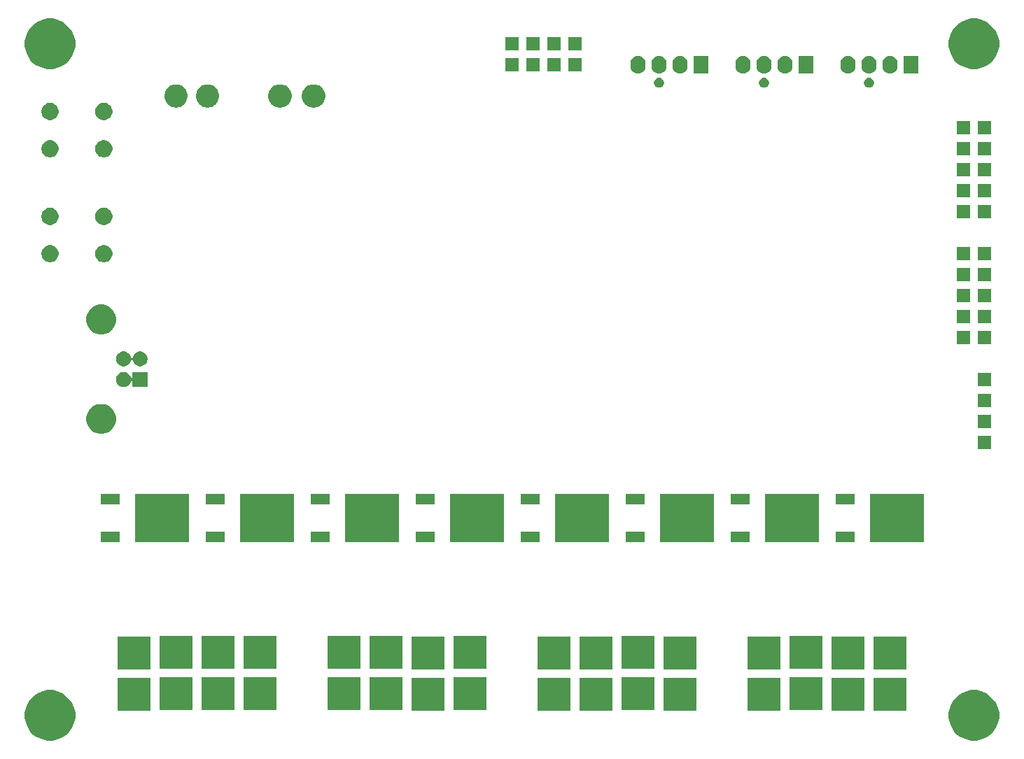
<source format=gbr>
G04 #@! TF.GenerationSoftware,KiCad,Pcbnew,5.1.5-52549c5~84~ubuntu18.04.1*
G04 #@! TF.CreationDate,2020-01-14T22:50:30+01:00*
G04 #@! TF.ProjectId,E32CB_R2,45333243-425f-4523-922e-6b696361645f,rev?*
G04 #@! TF.SameCoordinates,Original*
G04 #@! TF.FileFunction,Soldermask,Top*
G04 #@! TF.FilePolarity,Negative*
%FSLAX46Y46*%
G04 Gerber Fmt 4.6, Leading zero omitted, Abs format (unit mm)*
G04 Created by KiCad (PCBNEW 5.1.5-52549c5~84~ubuntu18.04.1) date 2020-01-14 22:50:30*
%MOMM*%
%LPD*%
G04 APERTURE LIST*
%ADD10C,0.100000*%
G04 APERTURE END LIST*
D10*
G36*
X204089943Y-129146248D02*
G01*
X204645189Y-129376238D01*
X204645190Y-129376239D01*
X205144899Y-129710134D01*
X205569866Y-130135101D01*
X205569867Y-130135103D01*
X205903762Y-130634811D01*
X206133752Y-131190057D01*
X206251000Y-131779501D01*
X206251000Y-132380499D01*
X206133752Y-132969943D01*
X205903762Y-133525189D01*
X205903761Y-133525190D01*
X205569866Y-134024899D01*
X205144899Y-134449866D01*
X204893347Y-134617948D01*
X204645189Y-134783762D01*
X204089943Y-135013752D01*
X203500499Y-135131000D01*
X202899501Y-135131000D01*
X202310057Y-135013752D01*
X201754811Y-134783762D01*
X201506653Y-134617948D01*
X201255101Y-134449866D01*
X200830134Y-134024899D01*
X200496239Y-133525190D01*
X200496238Y-133525189D01*
X200266248Y-132969943D01*
X200149000Y-132380499D01*
X200149000Y-131779501D01*
X200266248Y-131190057D01*
X200496238Y-130634811D01*
X200830133Y-130135103D01*
X200830134Y-130135101D01*
X201255101Y-129710134D01*
X201754810Y-129376239D01*
X201754811Y-129376238D01*
X202310057Y-129146248D01*
X202899501Y-129029000D01*
X203500499Y-129029000D01*
X204089943Y-129146248D01*
G37*
G36*
X92329943Y-129146248D02*
G01*
X92885189Y-129376238D01*
X92885190Y-129376239D01*
X93384899Y-129710134D01*
X93809866Y-130135101D01*
X93809867Y-130135103D01*
X94143762Y-130634811D01*
X94373752Y-131190057D01*
X94491000Y-131779501D01*
X94491000Y-132380499D01*
X94373752Y-132969943D01*
X94143762Y-133525189D01*
X94143761Y-133525190D01*
X93809866Y-134024899D01*
X93384899Y-134449866D01*
X93133347Y-134617948D01*
X92885189Y-134783762D01*
X92329943Y-135013752D01*
X91740499Y-135131000D01*
X91139501Y-135131000D01*
X90550057Y-135013752D01*
X89994811Y-134783762D01*
X89746653Y-134617948D01*
X89495101Y-134449866D01*
X89070134Y-134024899D01*
X88736239Y-133525190D01*
X88736238Y-133525189D01*
X88506248Y-132969943D01*
X88389000Y-132380499D01*
X88389000Y-131779501D01*
X88506248Y-131190057D01*
X88736238Y-130634811D01*
X89070133Y-130135103D01*
X89070134Y-130135101D01*
X89495101Y-129710134D01*
X89994810Y-129376239D01*
X89994811Y-129376238D01*
X90550057Y-129146248D01*
X91139501Y-129029000D01*
X91740499Y-129029000D01*
X92329943Y-129146248D01*
G37*
G36*
X189916000Y-131496000D02*
G01*
X186004000Y-131496000D01*
X186004000Y-127584000D01*
X189916000Y-127584000D01*
X189916000Y-131496000D01*
G37*
G36*
X194996000Y-131496000D02*
G01*
X191084000Y-131496000D01*
X191084000Y-127584000D01*
X194996000Y-127584000D01*
X194996000Y-131496000D01*
G37*
G36*
X103556000Y-131496000D02*
G01*
X99644000Y-131496000D01*
X99644000Y-127584000D01*
X103556000Y-127584000D01*
X103556000Y-131496000D01*
G37*
G36*
X179756000Y-131496000D02*
G01*
X175844000Y-131496000D01*
X175844000Y-127584000D01*
X179756000Y-127584000D01*
X179756000Y-131496000D01*
G37*
G36*
X169596000Y-131496000D02*
G01*
X165684000Y-131496000D01*
X165684000Y-127584000D01*
X169596000Y-127584000D01*
X169596000Y-131496000D01*
G37*
G36*
X159436000Y-131496000D02*
G01*
X155524000Y-131496000D01*
X155524000Y-127584000D01*
X159436000Y-127584000D01*
X159436000Y-131496000D01*
G37*
G36*
X139116000Y-131496000D02*
G01*
X135204000Y-131496000D01*
X135204000Y-127584000D01*
X139116000Y-127584000D01*
X139116000Y-131496000D01*
G37*
G36*
X154356000Y-131496000D02*
G01*
X150444000Y-131496000D01*
X150444000Y-127584000D01*
X154356000Y-127584000D01*
X154356000Y-131496000D01*
G37*
G36*
X184836000Y-131416000D02*
G01*
X180924000Y-131416000D01*
X180924000Y-127504000D01*
X184836000Y-127504000D01*
X184836000Y-131416000D01*
G37*
G36*
X108636000Y-131416000D02*
G01*
X104724000Y-131416000D01*
X104724000Y-127504000D01*
X108636000Y-127504000D01*
X108636000Y-131416000D01*
G37*
G36*
X118796000Y-131416000D02*
G01*
X114884000Y-131416000D01*
X114884000Y-127504000D01*
X118796000Y-127504000D01*
X118796000Y-131416000D01*
G37*
G36*
X164516000Y-131416000D02*
G01*
X160604000Y-131416000D01*
X160604000Y-127504000D01*
X164516000Y-127504000D01*
X164516000Y-131416000D01*
G37*
G36*
X128956000Y-131416000D02*
G01*
X125044000Y-131416000D01*
X125044000Y-127504000D01*
X128956000Y-127504000D01*
X128956000Y-131416000D01*
G37*
G36*
X113716000Y-131416000D02*
G01*
X109804000Y-131416000D01*
X109804000Y-127504000D01*
X113716000Y-127504000D01*
X113716000Y-131416000D01*
G37*
G36*
X144196000Y-131416000D02*
G01*
X140284000Y-131416000D01*
X140284000Y-127504000D01*
X144196000Y-127504000D01*
X144196000Y-131416000D01*
G37*
G36*
X134036000Y-131416000D02*
G01*
X130124000Y-131416000D01*
X130124000Y-127504000D01*
X134036000Y-127504000D01*
X134036000Y-131416000D01*
G37*
G36*
X169596000Y-126496000D02*
G01*
X165684000Y-126496000D01*
X165684000Y-122584000D01*
X169596000Y-122584000D01*
X169596000Y-126496000D01*
G37*
G36*
X194996000Y-126496000D02*
G01*
X191084000Y-126496000D01*
X191084000Y-122584000D01*
X194996000Y-122584000D01*
X194996000Y-126496000D01*
G37*
G36*
X179756000Y-126496000D02*
G01*
X175844000Y-126496000D01*
X175844000Y-122584000D01*
X179756000Y-122584000D01*
X179756000Y-126496000D01*
G37*
G36*
X159436000Y-126496000D02*
G01*
X155524000Y-126496000D01*
X155524000Y-122584000D01*
X159436000Y-122584000D01*
X159436000Y-126496000D01*
G37*
G36*
X189916000Y-126496000D02*
G01*
X186004000Y-126496000D01*
X186004000Y-122584000D01*
X189916000Y-122584000D01*
X189916000Y-126496000D01*
G37*
G36*
X154356000Y-126496000D02*
G01*
X150444000Y-126496000D01*
X150444000Y-122584000D01*
X154356000Y-122584000D01*
X154356000Y-126496000D01*
G37*
G36*
X139116000Y-126496000D02*
G01*
X135204000Y-126496000D01*
X135204000Y-122584000D01*
X139116000Y-122584000D01*
X139116000Y-126496000D01*
G37*
G36*
X103556000Y-126496000D02*
G01*
X99644000Y-126496000D01*
X99644000Y-122584000D01*
X103556000Y-122584000D01*
X103556000Y-126496000D01*
G37*
G36*
X113716000Y-126416000D02*
G01*
X109804000Y-126416000D01*
X109804000Y-122504000D01*
X113716000Y-122504000D01*
X113716000Y-126416000D01*
G37*
G36*
X118796000Y-126416000D02*
G01*
X114884000Y-126416000D01*
X114884000Y-122504000D01*
X118796000Y-122504000D01*
X118796000Y-126416000D01*
G37*
G36*
X128956000Y-126416000D02*
G01*
X125044000Y-126416000D01*
X125044000Y-122504000D01*
X128956000Y-122504000D01*
X128956000Y-126416000D01*
G37*
G36*
X108636000Y-126416000D02*
G01*
X104724000Y-126416000D01*
X104724000Y-122504000D01*
X108636000Y-122504000D01*
X108636000Y-126416000D01*
G37*
G36*
X184836000Y-126416000D02*
G01*
X180924000Y-126416000D01*
X180924000Y-122504000D01*
X184836000Y-122504000D01*
X184836000Y-126416000D01*
G37*
G36*
X134036000Y-126416000D02*
G01*
X130124000Y-126416000D01*
X130124000Y-122504000D01*
X134036000Y-122504000D01*
X134036000Y-126416000D01*
G37*
G36*
X164516000Y-126416000D02*
G01*
X160604000Y-126416000D01*
X160604000Y-122504000D01*
X164516000Y-122504000D01*
X164516000Y-126416000D01*
G37*
G36*
X144196000Y-126416000D02*
G01*
X140284000Y-126416000D01*
X140284000Y-122504000D01*
X144196000Y-122504000D01*
X144196000Y-126416000D01*
G37*
G36*
X197156000Y-111156000D02*
G01*
X190654000Y-111156000D01*
X190654000Y-105254000D01*
X197156000Y-105254000D01*
X197156000Y-111156000D01*
G37*
G36*
X146356000Y-111156000D02*
G01*
X139854000Y-111156000D01*
X139854000Y-105254000D01*
X146356000Y-105254000D01*
X146356000Y-111156000D01*
G37*
G36*
X184456000Y-111156000D02*
G01*
X177954000Y-111156000D01*
X177954000Y-105254000D01*
X184456000Y-105254000D01*
X184456000Y-111156000D01*
G37*
G36*
X171756000Y-111156000D02*
G01*
X165254000Y-111156000D01*
X165254000Y-105254000D01*
X171756000Y-105254000D01*
X171756000Y-111156000D01*
G37*
G36*
X159056000Y-111156000D02*
G01*
X152554000Y-111156000D01*
X152554000Y-105254000D01*
X159056000Y-105254000D01*
X159056000Y-111156000D01*
G37*
G36*
X133656000Y-111156000D02*
G01*
X127154000Y-111156000D01*
X127154000Y-105254000D01*
X133656000Y-105254000D01*
X133656000Y-111156000D01*
G37*
G36*
X120956000Y-111156000D02*
G01*
X114454000Y-111156000D01*
X114454000Y-105254000D01*
X120956000Y-105254000D01*
X120956000Y-111156000D01*
G37*
G36*
X108256000Y-111156000D02*
G01*
X101754000Y-111156000D01*
X101754000Y-105254000D01*
X108256000Y-105254000D01*
X108256000Y-111156000D01*
G37*
G36*
X125256000Y-111136000D02*
G01*
X122954000Y-111136000D01*
X122954000Y-109834000D01*
X125256000Y-109834000D01*
X125256000Y-111136000D01*
G37*
G36*
X112556000Y-111136000D02*
G01*
X110254000Y-111136000D01*
X110254000Y-109834000D01*
X112556000Y-109834000D01*
X112556000Y-111136000D01*
G37*
G36*
X99856000Y-111136000D02*
G01*
X97554000Y-111136000D01*
X97554000Y-109834000D01*
X99856000Y-109834000D01*
X99856000Y-111136000D01*
G37*
G36*
X137956000Y-111136000D02*
G01*
X135654000Y-111136000D01*
X135654000Y-109834000D01*
X137956000Y-109834000D01*
X137956000Y-111136000D01*
G37*
G36*
X150656000Y-111136000D02*
G01*
X148354000Y-111136000D01*
X148354000Y-109834000D01*
X150656000Y-109834000D01*
X150656000Y-111136000D01*
G37*
G36*
X163356000Y-111136000D02*
G01*
X161054000Y-111136000D01*
X161054000Y-109834000D01*
X163356000Y-109834000D01*
X163356000Y-111136000D01*
G37*
G36*
X188756000Y-111136000D02*
G01*
X186454000Y-111136000D01*
X186454000Y-109834000D01*
X188756000Y-109834000D01*
X188756000Y-111136000D01*
G37*
G36*
X176056000Y-111136000D02*
G01*
X173754000Y-111136000D01*
X173754000Y-109834000D01*
X176056000Y-109834000D01*
X176056000Y-111136000D01*
G37*
G36*
X125256000Y-106576000D02*
G01*
X122954000Y-106576000D01*
X122954000Y-105274000D01*
X125256000Y-105274000D01*
X125256000Y-106576000D01*
G37*
G36*
X188756000Y-106576000D02*
G01*
X186454000Y-106576000D01*
X186454000Y-105274000D01*
X188756000Y-105274000D01*
X188756000Y-106576000D01*
G37*
G36*
X176056000Y-106576000D02*
G01*
X173754000Y-106576000D01*
X173754000Y-105274000D01*
X176056000Y-105274000D01*
X176056000Y-106576000D01*
G37*
G36*
X163356000Y-106576000D02*
G01*
X161054000Y-106576000D01*
X161054000Y-105274000D01*
X163356000Y-105274000D01*
X163356000Y-106576000D01*
G37*
G36*
X150656000Y-106576000D02*
G01*
X148354000Y-106576000D01*
X148354000Y-105274000D01*
X150656000Y-105274000D01*
X150656000Y-106576000D01*
G37*
G36*
X137956000Y-106576000D02*
G01*
X135654000Y-106576000D01*
X135654000Y-105274000D01*
X137956000Y-105274000D01*
X137956000Y-106576000D01*
G37*
G36*
X99856000Y-106576000D02*
G01*
X97554000Y-106576000D01*
X97554000Y-105274000D01*
X99856000Y-105274000D01*
X99856000Y-106576000D01*
G37*
G36*
X112556000Y-106576000D02*
G01*
X110254000Y-106576000D01*
X110254000Y-105274000D01*
X112556000Y-105274000D01*
X112556000Y-106576000D01*
G37*
G36*
X205283000Y-99873000D02*
G01*
X203657000Y-99873000D01*
X203657000Y-98247000D01*
X205283000Y-98247000D01*
X205283000Y-99873000D01*
G37*
G36*
X98145331Y-94478211D02*
G01*
X98473092Y-94613974D01*
X98768070Y-94811072D01*
X99018928Y-95061930D01*
X99216026Y-95356908D01*
X99351789Y-95684669D01*
X99421000Y-96032616D01*
X99421000Y-96387384D01*
X99351789Y-96735331D01*
X99216026Y-97063092D01*
X99018928Y-97358070D01*
X98768070Y-97608928D01*
X98473092Y-97806026D01*
X98145331Y-97941789D01*
X97797384Y-98011000D01*
X97442616Y-98011000D01*
X97094669Y-97941789D01*
X96766908Y-97806026D01*
X96471930Y-97608928D01*
X96221072Y-97358070D01*
X96023974Y-97063092D01*
X95888211Y-96735331D01*
X95819000Y-96387384D01*
X95819000Y-96032616D01*
X95888211Y-95684669D01*
X96023974Y-95356908D01*
X96221072Y-95061930D01*
X96471930Y-94811072D01*
X96766908Y-94613974D01*
X97094669Y-94478211D01*
X97442616Y-94409000D01*
X97797384Y-94409000D01*
X98145331Y-94478211D01*
G37*
G36*
X205283000Y-97333000D02*
G01*
X203657000Y-97333000D01*
X203657000Y-95707000D01*
X205283000Y-95707000D01*
X205283000Y-97333000D01*
G37*
G36*
X205283000Y-94793000D02*
G01*
X203657000Y-94793000D01*
X203657000Y-93167000D01*
X205283000Y-93167000D01*
X205283000Y-94793000D01*
G37*
G36*
X100443512Y-90543927D02*
G01*
X100592812Y-90573624D01*
X100756784Y-90641544D01*
X100904354Y-90740147D01*
X101029853Y-90865646D01*
X101128456Y-91013216D01*
X101188523Y-91158229D01*
X101200068Y-91179829D01*
X101215613Y-91198771D01*
X101234555Y-91214316D01*
X101256166Y-91225867D01*
X101279615Y-91232980D01*
X101304001Y-91235382D01*
X101328387Y-91232980D01*
X101351836Y-91225867D01*
X101373447Y-91214316D01*
X101392389Y-91198771D01*
X101407934Y-91179829D01*
X101419485Y-91158218D01*
X101426598Y-91134769D01*
X101429000Y-91110383D01*
X101429000Y-90539000D01*
X103231000Y-90539000D01*
X103231000Y-92341000D01*
X101429000Y-92341000D01*
X101429000Y-91769617D01*
X101426598Y-91745231D01*
X101419485Y-91721782D01*
X101407934Y-91700171D01*
X101392389Y-91681229D01*
X101373447Y-91665684D01*
X101351836Y-91654133D01*
X101328387Y-91647020D01*
X101304001Y-91644618D01*
X101279615Y-91647020D01*
X101256166Y-91654133D01*
X101234555Y-91665684D01*
X101215613Y-91681229D01*
X101200068Y-91700171D01*
X101188523Y-91721771D01*
X101128456Y-91866784D01*
X101029853Y-92014354D01*
X100904354Y-92139853D01*
X100756784Y-92238456D01*
X100592812Y-92306376D01*
X100443512Y-92336073D01*
X100418742Y-92341000D01*
X100241258Y-92341000D01*
X100216488Y-92336073D01*
X100067188Y-92306376D01*
X99903216Y-92238456D01*
X99755646Y-92139853D01*
X99630147Y-92014354D01*
X99531544Y-91866784D01*
X99463624Y-91702812D01*
X99429000Y-91528741D01*
X99429000Y-91351259D01*
X99463624Y-91177188D01*
X99531544Y-91013216D01*
X99630147Y-90865646D01*
X99755646Y-90740147D01*
X99903216Y-90641544D01*
X100067188Y-90573624D01*
X100216488Y-90543927D01*
X100241258Y-90539000D01*
X100418742Y-90539000D01*
X100443512Y-90543927D01*
G37*
G36*
X205283000Y-92253000D02*
G01*
X203657000Y-92253000D01*
X203657000Y-90627000D01*
X205283000Y-90627000D01*
X205283000Y-92253000D01*
G37*
G36*
X100443512Y-88043927D02*
G01*
X100592812Y-88073624D01*
X100756784Y-88141544D01*
X100904354Y-88240147D01*
X101029853Y-88365646D01*
X101128456Y-88513216D01*
X101196376Y-88677188D01*
X101207405Y-88732638D01*
X101214516Y-88756078D01*
X101226067Y-88777689D01*
X101241613Y-88796631D01*
X101260555Y-88812176D01*
X101282165Y-88823727D01*
X101305614Y-88830840D01*
X101330000Y-88833242D01*
X101354387Y-88830840D01*
X101377835Y-88823727D01*
X101399446Y-88812176D01*
X101418388Y-88796630D01*
X101433933Y-88777688D01*
X101445484Y-88756078D01*
X101452595Y-88732638D01*
X101463624Y-88677188D01*
X101531544Y-88513216D01*
X101630147Y-88365646D01*
X101755646Y-88240147D01*
X101903216Y-88141544D01*
X102067188Y-88073624D01*
X102216488Y-88043927D01*
X102241258Y-88039000D01*
X102418742Y-88039000D01*
X102443512Y-88043927D01*
X102592812Y-88073624D01*
X102756784Y-88141544D01*
X102904354Y-88240147D01*
X103029853Y-88365646D01*
X103128456Y-88513216D01*
X103196376Y-88677188D01*
X103231000Y-88851259D01*
X103231000Y-89028741D01*
X103196376Y-89202812D01*
X103128456Y-89366784D01*
X103029853Y-89514354D01*
X102904354Y-89639853D01*
X102756784Y-89738456D01*
X102592812Y-89806376D01*
X102443512Y-89836073D01*
X102418742Y-89841000D01*
X102241258Y-89841000D01*
X102216488Y-89836073D01*
X102067188Y-89806376D01*
X101903216Y-89738456D01*
X101755646Y-89639853D01*
X101630147Y-89514354D01*
X101531544Y-89366784D01*
X101463624Y-89202812D01*
X101452595Y-89147362D01*
X101445484Y-89123922D01*
X101433933Y-89102311D01*
X101418387Y-89083369D01*
X101399445Y-89067824D01*
X101377835Y-89056273D01*
X101354386Y-89049160D01*
X101330000Y-89046758D01*
X101305613Y-89049160D01*
X101282165Y-89056273D01*
X101260554Y-89067824D01*
X101241612Y-89083370D01*
X101226067Y-89102312D01*
X101214516Y-89123922D01*
X101207405Y-89147362D01*
X101196376Y-89202812D01*
X101128456Y-89366784D01*
X101029853Y-89514354D01*
X100904354Y-89639853D01*
X100756784Y-89738456D01*
X100592812Y-89806376D01*
X100443512Y-89836073D01*
X100418742Y-89841000D01*
X100241258Y-89841000D01*
X100216488Y-89836073D01*
X100067188Y-89806376D01*
X99903216Y-89738456D01*
X99755646Y-89639853D01*
X99630147Y-89514354D01*
X99531544Y-89366784D01*
X99463624Y-89202812D01*
X99429000Y-89028741D01*
X99429000Y-88851259D01*
X99463624Y-88677188D01*
X99531544Y-88513216D01*
X99630147Y-88365646D01*
X99755646Y-88240147D01*
X99903216Y-88141544D01*
X100067188Y-88073624D01*
X100216488Y-88043927D01*
X100241258Y-88039000D01*
X100418742Y-88039000D01*
X100443512Y-88043927D01*
G37*
G36*
X205283000Y-87173000D02*
G01*
X203657000Y-87173000D01*
X203657000Y-85547000D01*
X205283000Y-85547000D01*
X205283000Y-87173000D01*
G37*
G36*
X202743000Y-87173000D02*
G01*
X201117000Y-87173000D01*
X201117000Y-85547000D01*
X202743000Y-85547000D01*
X202743000Y-87173000D01*
G37*
G36*
X98145331Y-82438211D02*
G01*
X98473092Y-82573974D01*
X98768070Y-82771072D01*
X99018928Y-83021930D01*
X99216026Y-83316908D01*
X99351789Y-83644669D01*
X99421000Y-83992616D01*
X99421000Y-84347384D01*
X99351789Y-84695331D01*
X99216026Y-85023092D01*
X99018928Y-85318070D01*
X98768070Y-85568928D01*
X98473092Y-85766026D01*
X98145331Y-85901789D01*
X97797384Y-85971000D01*
X97442616Y-85971000D01*
X97094669Y-85901789D01*
X96766908Y-85766026D01*
X96471930Y-85568928D01*
X96221072Y-85318070D01*
X96023974Y-85023092D01*
X95888211Y-84695331D01*
X95819000Y-84347384D01*
X95819000Y-83992616D01*
X95888211Y-83644669D01*
X96023974Y-83316908D01*
X96221072Y-83021930D01*
X96471930Y-82771072D01*
X96766908Y-82573974D01*
X97094669Y-82438211D01*
X97442616Y-82369000D01*
X97797384Y-82369000D01*
X98145331Y-82438211D01*
G37*
G36*
X205283000Y-84633000D02*
G01*
X203657000Y-84633000D01*
X203657000Y-83007000D01*
X205283000Y-83007000D01*
X205283000Y-84633000D01*
G37*
G36*
X202743000Y-84633000D02*
G01*
X201117000Y-84633000D01*
X201117000Y-83007000D01*
X202743000Y-83007000D01*
X202743000Y-84633000D01*
G37*
G36*
X205283000Y-82093000D02*
G01*
X203657000Y-82093000D01*
X203657000Y-80467000D01*
X205283000Y-80467000D01*
X205283000Y-82093000D01*
G37*
G36*
X202743000Y-82093000D02*
G01*
X201117000Y-82093000D01*
X201117000Y-80467000D01*
X202743000Y-80467000D01*
X202743000Y-82093000D01*
G37*
G36*
X202743000Y-79553000D02*
G01*
X201117000Y-79553000D01*
X201117000Y-77927000D01*
X202743000Y-77927000D01*
X202743000Y-79553000D01*
G37*
G36*
X205283000Y-79553000D02*
G01*
X203657000Y-79553000D01*
X203657000Y-77927000D01*
X205283000Y-77927000D01*
X205283000Y-79553000D01*
G37*
G36*
X91746564Y-75189389D02*
G01*
X91937833Y-75268615D01*
X91937835Y-75268616D01*
X92109973Y-75383635D01*
X92256365Y-75530027D01*
X92371385Y-75702167D01*
X92450611Y-75893436D01*
X92491000Y-76096484D01*
X92491000Y-76303516D01*
X92450611Y-76506564D01*
X92371385Y-76697833D01*
X92371384Y-76697835D01*
X92256365Y-76869973D01*
X92109973Y-77016365D01*
X91937835Y-77131384D01*
X91937834Y-77131385D01*
X91937833Y-77131385D01*
X91746564Y-77210611D01*
X91543516Y-77251000D01*
X91336484Y-77251000D01*
X91133436Y-77210611D01*
X90942167Y-77131385D01*
X90942166Y-77131385D01*
X90942165Y-77131384D01*
X90770027Y-77016365D01*
X90623635Y-76869973D01*
X90508616Y-76697835D01*
X90508615Y-76697833D01*
X90429389Y-76506564D01*
X90389000Y-76303516D01*
X90389000Y-76096484D01*
X90429389Y-75893436D01*
X90508615Y-75702167D01*
X90623635Y-75530027D01*
X90770027Y-75383635D01*
X90942165Y-75268616D01*
X90942167Y-75268615D01*
X91133436Y-75189389D01*
X91336484Y-75149000D01*
X91543516Y-75149000D01*
X91746564Y-75189389D01*
G37*
G36*
X98246564Y-75189389D02*
G01*
X98437833Y-75268615D01*
X98437835Y-75268616D01*
X98609973Y-75383635D01*
X98756365Y-75530027D01*
X98871385Y-75702167D01*
X98950611Y-75893436D01*
X98991000Y-76096484D01*
X98991000Y-76303516D01*
X98950611Y-76506564D01*
X98871385Y-76697833D01*
X98871384Y-76697835D01*
X98756365Y-76869973D01*
X98609973Y-77016365D01*
X98437835Y-77131384D01*
X98437834Y-77131385D01*
X98437833Y-77131385D01*
X98246564Y-77210611D01*
X98043516Y-77251000D01*
X97836484Y-77251000D01*
X97633436Y-77210611D01*
X97442167Y-77131385D01*
X97442166Y-77131385D01*
X97442165Y-77131384D01*
X97270027Y-77016365D01*
X97123635Y-76869973D01*
X97008616Y-76697835D01*
X97008615Y-76697833D01*
X96929389Y-76506564D01*
X96889000Y-76303516D01*
X96889000Y-76096484D01*
X96929389Y-75893436D01*
X97008615Y-75702167D01*
X97123635Y-75530027D01*
X97270027Y-75383635D01*
X97442165Y-75268616D01*
X97442167Y-75268615D01*
X97633436Y-75189389D01*
X97836484Y-75149000D01*
X98043516Y-75149000D01*
X98246564Y-75189389D01*
G37*
G36*
X205283000Y-77013000D02*
G01*
X203657000Y-77013000D01*
X203657000Y-75387000D01*
X205283000Y-75387000D01*
X205283000Y-77013000D01*
G37*
G36*
X202743000Y-77013000D02*
G01*
X201117000Y-77013000D01*
X201117000Y-75387000D01*
X202743000Y-75387000D01*
X202743000Y-77013000D01*
G37*
G36*
X98246564Y-70689389D02*
G01*
X98437833Y-70768615D01*
X98437835Y-70768616D01*
X98609973Y-70883635D01*
X98756365Y-71030027D01*
X98871385Y-71202167D01*
X98950611Y-71393436D01*
X98991000Y-71596484D01*
X98991000Y-71803516D01*
X98950611Y-72006564D01*
X98871385Y-72197833D01*
X98871384Y-72197835D01*
X98756365Y-72369973D01*
X98609973Y-72516365D01*
X98437835Y-72631384D01*
X98437834Y-72631385D01*
X98437833Y-72631385D01*
X98246564Y-72710611D01*
X98043516Y-72751000D01*
X97836484Y-72751000D01*
X97633436Y-72710611D01*
X97442167Y-72631385D01*
X97442166Y-72631385D01*
X97442165Y-72631384D01*
X97270027Y-72516365D01*
X97123635Y-72369973D01*
X97008616Y-72197835D01*
X97008615Y-72197833D01*
X96929389Y-72006564D01*
X96889000Y-71803516D01*
X96889000Y-71596484D01*
X96929389Y-71393436D01*
X97008615Y-71202167D01*
X97123635Y-71030027D01*
X97270027Y-70883635D01*
X97442165Y-70768616D01*
X97442167Y-70768615D01*
X97633436Y-70689389D01*
X97836484Y-70649000D01*
X98043516Y-70649000D01*
X98246564Y-70689389D01*
G37*
G36*
X91746564Y-70689389D02*
G01*
X91937833Y-70768615D01*
X91937835Y-70768616D01*
X92109973Y-70883635D01*
X92256365Y-71030027D01*
X92371385Y-71202167D01*
X92450611Y-71393436D01*
X92491000Y-71596484D01*
X92491000Y-71803516D01*
X92450611Y-72006564D01*
X92371385Y-72197833D01*
X92371384Y-72197835D01*
X92256365Y-72369973D01*
X92109973Y-72516365D01*
X91937835Y-72631384D01*
X91937834Y-72631385D01*
X91937833Y-72631385D01*
X91746564Y-72710611D01*
X91543516Y-72751000D01*
X91336484Y-72751000D01*
X91133436Y-72710611D01*
X90942167Y-72631385D01*
X90942166Y-72631385D01*
X90942165Y-72631384D01*
X90770027Y-72516365D01*
X90623635Y-72369973D01*
X90508616Y-72197835D01*
X90508615Y-72197833D01*
X90429389Y-72006564D01*
X90389000Y-71803516D01*
X90389000Y-71596484D01*
X90429389Y-71393436D01*
X90508615Y-71202167D01*
X90623635Y-71030027D01*
X90770027Y-70883635D01*
X90942165Y-70768616D01*
X90942167Y-70768615D01*
X91133436Y-70689389D01*
X91336484Y-70649000D01*
X91543516Y-70649000D01*
X91746564Y-70689389D01*
G37*
G36*
X205283000Y-71933000D02*
G01*
X203657000Y-71933000D01*
X203657000Y-70307000D01*
X205283000Y-70307000D01*
X205283000Y-71933000D01*
G37*
G36*
X202743000Y-71933000D02*
G01*
X201117000Y-71933000D01*
X201117000Y-70307000D01*
X202743000Y-70307000D01*
X202743000Y-71933000D01*
G37*
G36*
X205283000Y-69393000D02*
G01*
X203657000Y-69393000D01*
X203657000Y-67767000D01*
X205283000Y-67767000D01*
X205283000Y-69393000D01*
G37*
G36*
X202743000Y-69393000D02*
G01*
X201117000Y-69393000D01*
X201117000Y-67767000D01*
X202743000Y-67767000D01*
X202743000Y-69393000D01*
G37*
G36*
X202743000Y-66853000D02*
G01*
X201117000Y-66853000D01*
X201117000Y-65227000D01*
X202743000Y-65227000D01*
X202743000Y-66853000D01*
G37*
G36*
X205283000Y-66853000D02*
G01*
X203657000Y-66853000D01*
X203657000Y-65227000D01*
X205283000Y-65227000D01*
X205283000Y-66853000D01*
G37*
G36*
X91746564Y-62489389D02*
G01*
X91937833Y-62568615D01*
X91937835Y-62568616D01*
X92109973Y-62683635D01*
X92256365Y-62830027D01*
X92371385Y-63002167D01*
X92450611Y-63193436D01*
X92491000Y-63396484D01*
X92491000Y-63603516D01*
X92450611Y-63806564D01*
X92371385Y-63997833D01*
X92371384Y-63997835D01*
X92256365Y-64169973D01*
X92109973Y-64316365D01*
X91937835Y-64431384D01*
X91937834Y-64431385D01*
X91937833Y-64431385D01*
X91746564Y-64510611D01*
X91543516Y-64551000D01*
X91336484Y-64551000D01*
X91133436Y-64510611D01*
X90942167Y-64431385D01*
X90942166Y-64431385D01*
X90942165Y-64431384D01*
X90770027Y-64316365D01*
X90623635Y-64169973D01*
X90508616Y-63997835D01*
X90508615Y-63997833D01*
X90429389Y-63806564D01*
X90389000Y-63603516D01*
X90389000Y-63396484D01*
X90429389Y-63193436D01*
X90508615Y-63002167D01*
X90623635Y-62830027D01*
X90770027Y-62683635D01*
X90942165Y-62568616D01*
X90942167Y-62568615D01*
X91133436Y-62489389D01*
X91336484Y-62449000D01*
X91543516Y-62449000D01*
X91746564Y-62489389D01*
G37*
G36*
X98246564Y-62489389D02*
G01*
X98437833Y-62568615D01*
X98437835Y-62568616D01*
X98609973Y-62683635D01*
X98756365Y-62830027D01*
X98871385Y-63002167D01*
X98950611Y-63193436D01*
X98991000Y-63396484D01*
X98991000Y-63603516D01*
X98950611Y-63806564D01*
X98871385Y-63997833D01*
X98871384Y-63997835D01*
X98756365Y-64169973D01*
X98609973Y-64316365D01*
X98437835Y-64431384D01*
X98437834Y-64431385D01*
X98437833Y-64431385D01*
X98246564Y-64510611D01*
X98043516Y-64551000D01*
X97836484Y-64551000D01*
X97633436Y-64510611D01*
X97442167Y-64431385D01*
X97442166Y-64431385D01*
X97442165Y-64431384D01*
X97270027Y-64316365D01*
X97123635Y-64169973D01*
X97008616Y-63997835D01*
X97008615Y-63997833D01*
X96929389Y-63806564D01*
X96889000Y-63603516D01*
X96889000Y-63396484D01*
X96929389Y-63193436D01*
X97008615Y-63002167D01*
X97123635Y-62830027D01*
X97270027Y-62683635D01*
X97442165Y-62568616D01*
X97442167Y-62568615D01*
X97633436Y-62489389D01*
X97836484Y-62449000D01*
X98043516Y-62449000D01*
X98246564Y-62489389D01*
G37*
G36*
X202743000Y-64313000D02*
G01*
X201117000Y-64313000D01*
X201117000Y-62687000D01*
X202743000Y-62687000D01*
X202743000Y-64313000D01*
G37*
G36*
X205283000Y-64313000D02*
G01*
X203657000Y-64313000D01*
X203657000Y-62687000D01*
X205283000Y-62687000D01*
X205283000Y-64313000D01*
G37*
G36*
X205283000Y-61773000D02*
G01*
X203657000Y-61773000D01*
X203657000Y-60147000D01*
X205283000Y-60147000D01*
X205283000Y-61773000D01*
G37*
G36*
X202743000Y-61773000D02*
G01*
X201117000Y-61773000D01*
X201117000Y-60147000D01*
X202743000Y-60147000D01*
X202743000Y-61773000D01*
G37*
G36*
X91746564Y-57989389D02*
G01*
X91937833Y-58068615D01*
X91937835Y-58068616D01*
X92109973Y-58183635D01*
X92256365Y-58330027D01*
X92346659Y-58465161D01*
X92371385Y-58502167D01*
X92450611Y-58693436D01*
X92491000Y-58896484D01*
X92491000Y-59103516D01*
X92450611Y-59306564D01*
X92371385Y-59497833D01*
X92371384Y-59497835D01*
X92256365Y-59669973D01*
X92109973Y-59816365D01*
X91937835Y-59931384D01*
X91937834Y-59931385D01*
X91937833Y-59931385D01*
X91746564Y-60010611D01*
X91543516Y-60051000D01*
X91336484Y-60051000D01*
X91133436Y-60010611D01*
X90942167Y-59931385D01*
X90942166Y-59931385D01*
X90942165Y-59931384D01*
X90770027Y-59816365D01*
X90623635Y-59669973D01*
X90508616Y-59497835D01*
X90508615Y-59497833D01*
X90429389Y-59306564D01*
X90389000Y-59103516D01*
X90389000Y-58896484D01*
X90429389Y-58693436D01*
X90508615Y-58502167D01*
X90533342Y-58465161D01*
X90623635Y-58330027D01*
X90770027Y-58183635D01*
X90942165Y-58068616D01*
X90942167Y-58068615D01*
X91133436Y-57989389D01*
X91336484Y-57949000D01*
X91543516Y-57949000D01*
X91746564Y-57989389D01*
G37*
G36*
X98246564Y-57989389D02*
G01*
X98437833Y-58068615D01*
X98437835Y-58068616D01*
X98609973Y-58183635D01*
X98756365Y-58330027D01*
X98846659Y-58465161D01*
X98871385Y-58502167D01*
X98950611Y-58693436D01*
X98991000Y-58896484D01*
X98991000Y-59103516D01*
X98950611Y-59306564D01*
X98871385Y-59497833D01*
X98871384Y-59497835D01*
X98756365Y-59669973D01*
X98609973Y-59816365D01*
X98437835Y-59931384D01*
X98437834Y-59931385D01*
X98437833Y-59931385D01*
X98246564Y-60010611D01*
X98043516Y-60051000D01*
X97836484Y-60051000D01*
X97633436Y-60010611D01*
X97442167Y-59931385D01*
X97442166Y-59931385D01*
X97442165Y-59931384D01*
X97270027Y-59816365D01*
X97123635Y-59669973D01*
X97008616Y-59497835D01*
X97008615Y-59497833D01*
X96929389Y-59306564D01*
X96889000Y-59103516D01*
X96889000Y-58896484D01*
X96929389Y-58693436D01*
X97008615Y-58502167D01*
X97033342Y-58465161D01*
X97123635Y-58330027D01*
X97270027Y-58183635D01*
X97442165Y-58068616D01*
X97442167Y-58068615D01*
X97633436Y-57989389D01*
X97836484Y-57949000D01*
X98043516Y-57949000D01*
X98246564Y-57989389D01*
G37*
G36*
X123635433Y-55752893D02*
G01*
X123725657Y-55770839D01*
X123831267Y-55814585D01*
X123980621Y-55876449D01*
X123980622Y-55876450D01*
X124210086Y-56029772D01*
X124405228Y-56224914D01*
X124507675Y-56378237D01*
X124558551Y-56454379D01*
X124664161Y-56709344D01*
X124718000Y-56980012D01*
X124718000Y-57255988D01*
X124664161Y-57526656D01*
X124558551Y-57781621D01*
X124558550Y-57781622D01*
X124405228Y-58011086D01*
X124210086Y-58206228D01*
X124056763Y-58308675D01*
X123980621Y-58359551D01*
X123831267Y-58421415D01*
X123725657Y-58465161D01*
X123635433Y-58483107D01*
X123454988Y-58519000D01*
X123179012Y-58519000D01*
X122998567Y-58483107D01*
X122908343Y-58465161D01*
X122802733Y-58421415D01*
X122653379Y-58359551D01*
X122577237Y-58308675D01*
X122423914Y-58206228D01*
X122228772Y-58011086D01*
X122075450Y-57781622D01*
X122075449Y-57781621D01*
X121969839Y-57526656D01*
X121916000Y-57255988D01*
X121916000Y-56980012D01*
X121969839Y-56709344D01*
X122075449Y-56454379D01*
X122126325Y-56378237D01*
X122228772Y-56224914D01*
X122423914Y-56029772D01*
X122653378Y-55876450D01*
X122653379Y-55876449D01*
X122802733Y-55814585D01*
X122908343Y-55770839D01*
X122998567Y-55752893D01*
X123179012Y-55717000D01*
X123454988Y-55717000D01*
X123635433Y-55752893D01*
G37*
G36*
X106998433Y-55752893D02*
G01*
X107088657Y-55770839D01*
X107194267Y-55814585D01*
X107343621Y-55876449D01*
X107343622Y-55876450D01*
X107573086Y-56029772D01*
X107768228Y-56224914D01*
X107870675Y-56378237D01*
X107921551Y-56454379D01*
X108027161Y-56709344D01*
X108081000Y-56980012D01*
X108081000Y-57255988D01*
X108027161Y-57526656D01*
X107921551Y-57781621D01*
X107921550Y-57781622D01*
X107768228Y-58011086D01*
X107573086Y-58206228D01*
X107419763Y-58308675D01*
X107343621Y-58359551D01*
X107194267Y-58421415D01*
X107088657Y-58465161D01*
X106998433Y-58483107D01*
X106817988Y-58519000D01*
X106542012Y-58519000D01*
X106361567Y-58483107D01*
X106271343Y-58465161D01*
X106165733Y-58421415D01*
X106016379Y-58359551D01*
X105940237Y-58308675D01*
X105786914Y-58206228D01*
X105591772Y-58011086D01*
X105438450Y-57781622D01*
X105438449Y-57781621D01*
X105332839Y-57526656D01*
X105279000Y-57255988D01*
X105279000Y-56980012D01*
X105332839Y-56709344D01*
X105438449Y-56454379D01*
X105489325Y-56378237D01*
X105591772Y-56224914D01*
X105786914Y-56029772D01*
X106016378Y-55876450D01*
X106016379Y-55876449D01*
X106165733Y-55814585D01*
X106271343Y-55770839D01*
X106361567Y-55752893D01*
X106542012Y-55717000D01*
X106817988Y-55717000D01*
X106998433Y-55752893D01*
G37*
G36*
X119571433Y-55752893D02*
G01*
X119661657Y-55770839D01*
X119767267Y-55814585D01*
X119916621Y-55876449D01*
X119916622Y-55876450D01*
X120146086Y-56029772D01*
X120341228Y-56224914D01*
X120443675Y-56378237D01*
X120494551Y-56454379D01*
X120600161Y-56709344D01*
X120654000Y-56980012D01*
X120654000Y-57255988D01*
X120600161Y-57526656D01*
X120494551Y-57781621D01*
X120494550Y-57781622D01*
X120341228Y-58011086D01*
X120146086Y-58206228D01*
X119992763Y-58308675D01*
X119916621Y-58359551D01*
X119767267Y-58421415D01*
X119661657Y-58465161D01*
X119571433Y-58483107D01*
X119390988Y-58519000D01*
X119115012Y-58519000D01*
X118934567Y-58483107D01*
X118844343Y-58465161D01*
X118738733Y-58421415D01*
X118589379Y-58359551D01*
X118513237Y-58308675D01*
X118359914Y-58206228D01*
X118164772Y-58011086D01*
X118011450Y-57781622D01*
X118011449Y-57781621D01*
X117905839Y-57526656D01*
X117852000Y-57255988D01*
X117852000Y-56980012D01*
X117905839Y-56709344D01*
X118011449Y-56454379D01*
X118062325Y-56378237D01*
X118164772Y-56224914D01*
X118359914Y-56029772D01*
X118589378Y-55876450D01*
X118589379Y-55876449D01*
X118738733Y-55814585D01*
X118844343Y-55770839D01*
X118934567Y-55752893D01*
X119115012Y-55717000D01*
X119390988Y-55717000D01*
X119571433Y-55752893D01*
G37*
G36*
X110808433Y-55752893D02*
G01*
X110898657Y-55770839D01*
X111004267Y-55814585D01*
X111153621Y-55876449D01*
X111153622Y-55876450D01*
X111383086Y-56029772D01*
X111578228Y-56224914D01*
X111680675Y-56378237D01*
X111731551Y-56454379D01*
X111837161Y-56709344D01*
X111891000Y-56980012D01*
X111891000Y-57255988D01*
X111837161Y-57526656D01*
X111731551Y-57781621D01*
X111731550Y-57781622D01*
X111578228Y-58011086D01*
X111383086Y-58206228D01*
X111229763Y-58308675D01*
X111153621Y-58359551D01*
X111004267Y-58421415D01*
X110898657Y-58465161D01*
X110808433Y-58483107D01*
X110627988Y-58519000D01*
X110352012Y-58519000D01*
X110171567Y-58483107D01*
X110081343Y-58465161D01*
X109975733Y-58421415D01*
X109826379Y-58359551D01*
X109750237Y-58308675D01*
X109596914Y-58206228D01*
X109401772Y-58011086D01*
X109248450Y-57781622D01*
X109248449Y-57781621D01*
X109142839Y-57526656D01*
X109089000Y-57255988D01*
X109089000Y-56980012D01*
X109142839Y-56709344D01*
X109248449Y-56454379D01*
X109299325Y-56378237D01*
X109401772Y-56224914D01*
X109596914Y-56029772D01*
X109826378Y-55876450D01*
X109826379Y-55876449D01*
X109975733Y-55814585D01*
X110081343Y-55770839D01*
X110171567Y-55752893D01*
X110352012Y-55717000D01*
X110627988Y-55717000D01*
X110808433Y-55752893D01*
G37*
G36*
X190636601Y-54914397D02*
G01*
X190675305Y-54922096D01*
X190707340Y-54935365D01*
X190784680Y-54967400D01*
X190883115Y-55033173D01*
X190966827Y-55116885D01*
X191032600Y-55215320D01*
X191077904Y-55324696D01*
X191101000Y-55440805D01*
X191101000Y-55559195D01*
X191077904Y-55675304D01*
X191032600Y-55784680D01*
X190966827Y-55883115D01*
X190883115Y-55966827D01*
X190784680Y-56032600D01*
X190707340Y-56064635D01*
X190675305Y-56077904D01*
X190636601Y-56085603D01*
X190559195Y-56101000D01*
X190440805Y-56101000D01*
X190363399Y-56085603D01*
X190324695Y-56077904D01*
X190292660Y-56064635D01*
X190215320Y-56032600D01*
X190116885Y-55966827D01*
X190033173Y-55883115D01*
X189967400Y-55784680D01*
X189922096Y-55675304D01*
X189899000Y-55559195D01*
X189899000Y-55440805D01*
X189922096Y-55324696D01*
X189967400Y-55215320D01*
X190033173Y-55116885D01*
X190116885Y-55033173D01*
X190215320Y-54967400D01*
X190292660Y-54935365D01*
X190324695Y-54922096D01*
X190363399Y-54914397D01*
X190440805Y-54899000D01*
X190559195Y-54899000D01*
X190636601Y-54914397D01*
G37*
G36*
X177936601Y-54914397D02*
G01*
X177975305Y-54922096D01*
X178007340Y-54935365D01*
X178084680Y-54967400D01*
X178183115Y-55033173D01*
X178266827Y-55116885D01*
X178332600Y-55215320D01*
X178377904Y-55324696D01*
X178401000Y-55440805D01*
X178401000Y-55559195D01*
X178377904Y-55675304D01*
X178332600Y-55784680D01*
X178266827Y-55883115D01*
X178183115Y-55966827D01*
X178084680Y-56032600D01*
X178007340Y-56064635D01*
X177975305Y-56077904D01*
X177936601Y-56085603D01*
X177859195Y-56101000D01*
X177740805Y-56101000D01*
X177663399Y-56085603D01*
X177624695Y-56077904D01*
X177592660Y-56064635D01*
X177515320Y-56032600D01*
X177416885Y-55966827D01*
X177333173Y-55883115D01*
X177267400Y-55784680D01*
X177222096Y-55675304D01*
X177199000Y-55559195D01*
X177199000Y-55440805D01*
X177222096Y-55324696D01*
X177267400Y-55215320D01*
X177333173Y-55116885D01*
X177416885Y-55033173D01*
X177515320Y-54967400D01*
X177592660Y-54935365D01*
X177624695Y-54922096D01*
X177663399Y-54914397D01*
X177740805Y-54899000D01*
X177859195Y-54899000D01*
X177936601Y-54914397D01*
G37*
G36*
X165236601Y-54914397D02*
G01*
X165275305Y-54922096D01*
X165307340Y-54935365D01*
X165384680Y-54967400D01*
X165483115Y-55033173D01*
X165566827Y-55116885D01*
X165632600Y-55215320D01*
X165677904Y-55324696D01*
X165701000Y-55440805D01*
X165701000Y-55559195D01*
X165677904Y-55675304D01*
X165632600Y-55784680D01*
X165566827Y-55883115D01*
X165483115Y-55966827D01*
X165384680Y-56032600D01*
X165307340Y-56064635D01*
X165275305Y-56077904D01*
X165236601Y-56085603D01*
X165159195Y-56101000D01*
X165040805Y-56101000D01*
X164963399Y-56085603D01*
X164924695Y-56077904D01*
X164892660Y-56064635D01*
X164815320Y-56032600D01*
X164716885Y-55966827D01*
X164633173Y-55883115D01*
X164567400Y-55784680D01*
X164522096Y-55675304D01*
X164499000Y-55559195D01*
X164499000Y-55440805D01*
X164522096Y-55324696D01*
X164567400Y-55215320D01*
X164633173Y-55116885D01*
X164716885Y-55033173D01*
X164815320Y-54967400D01*
X164892660Y-54935365D01*
X164924695Y-54922096D01*
X164963399Y-54914397D01*
X165040805Y-54899000D01*
X165159195Y-54899000D01*
X165236601Y-54914397D01*
G37*
G36*
X162723468Y-52285668D02*
G01*
X162739568Y-52287254D01*
X162825900Y-52313443D01*
X162912234Y-52339632D01*
X163071365Y-52424689D01*
X163210844Y-52539156D01*
X163325311Y-52678635D01*
X163410368Y-52837766D01*
X163445287Y-52952878D01*
X163462746Y-53010432D01*
X163462746Y-53010434D01*
X163476000Y-53145003D01*
X163476000Y-53534998D01*
X163462746Y-53669567D01*
X163410368Y-53842234D01*
X163325311Y-54001365D01*
X163210844Y-54140844D01*
X163071364Y-54255311D01*
X162912233Y-54340368D01*
X162739567Y-54392746D01*
X162723467Y-54394332D01*
X162560000Y-54410432D01*
X162396532Y-54394332D01*
X162380432Y-54392746D01*
X162207766Y-54340368D01*
X162048635Y-54255311D01*
X161909156Y-54140844D01*
X161794689Y-54001364D01*
X161709632Y-53842233D01*
X161676724Y-53733751D01*
X161657254Y-53669567D01*
X161655361Y-53650342D01*
X161644000Y-53534997D01*
X161644000Y-53145002D01*
X161657254Y-53010433D01*
X161709632Y-52837766D01*
X161794689Y-52678635D01*
X161909157Y-52539156D01*
X162048636Y-52424689D01*
X162207767Y-52339632D01*
X162294101Y-52313443D01*
X162380433Y-52287254D01*
X162396533Y-52285668D01*
X162560000Y-52269568D01*
X162723468Y-52285668D01*
G37*
G36*
X167803468Y-52285668D02*
G01*
X167819568Y-52287254D01*
X167905900Y-52313443D01*
X167992234Y-52339632D01*
X168151365Y-52424689D01*
X168290844Y-52539156D01*
X168405311Y-52678635D01*
X168490368Y-52837766D01*
X168525287Y-52952878D01*
X168542746Y-53010432D01*
X168542746Y-53010434D01*
X168556000Y-53145003D01*
X168556000Y-53534998D01*
X168542746Y-53669567D01*
X168490368Y-53842234D01*
X168405311Y-54001365D01*
X168290844Y-54140844D01*
X168151364Y-54255311D01*
X167992233Y-54340368D01*
X167819567Y-54392746D01*
X167803467Y-54394332D01*
X167640000Y-54410432D01*
X167476532Y-54394332D01*
X167460432Y-54392746D01*
X167287766Y-54340368D01*
X167128635Y-54255311D01*
X166989156Y-54140844D01*
X166874689Y-54001364D01*
X166789632Y-53842233D01*
X166756724Y-53733751D01*
X166737254Y-53669567D01*
X166735361Y-53650342D01*
X166724000Y-53534997D01*
X166724000Y-53145002D01*
X166737254Y-53010433D01*
X166789632Y-52837766D01*
X166874689Y-52678635D01*
X166989157Y-52539156D01*
X167128636Y-52424689D01*
X167287767Y-52339632D01*
X167374101Y-52313443D01*
X167460433Y-52287254D01*
X167476533Y-52285668D01*
X167640000Y-52269568D01*
X167803468Y-52285668D01*
G37*
G36*
X165263468Y-52285668D02*
G01*
X165279568Y-52287254D01*
X165365900Y-52313443D01*
X165452234Y-52339632D01*
X165611365Y-52424689D01*
X165750844Y-52539156D01*
X165865311Y-52678635D01*
X165950368Y-52837766D01*
X165985287Y-52952878D01*
X166002746Y-53010432D01*
X166002746Y-53010434D01*
X166016000Y-53145003D01*
X166016000Y-53534998D01*
X166002746Y-53669567D01*
X165950368Y-53842234D01*
X165865311Y-54001365D01*
X165750844Y-54140844D01*
X165611364Y-54255311D01*
X165452233Y-54340368D01*
X165279567Y-54392746D01*
X165263467Y-54394332D01*
X165100000Y-54410432D01*
X164936532Y-54394332D01*
X164920432Y-54392746D01*
X164747766Y-54340368D01*
X164588635Y-54255311D01*
X164449156Y-54140844D01*
X164334689Y-54001364D01*
X164249632Y-53842233D01*
X164216724Y-53733751D01*
X164197254Y-53669567D01*
X164195361Y-53650342D01*
X164184000Y-53534997D01*
X164184000Y-53145002D01*
X164197254Y-53010433D01*
X164249632Y-52837766D01*
X164334689Y-52678635D01*
X164449157Y-52539156D01*
X164588636Y-52424689D01*
X164747767Y-52339632D01*
X164834101Y-52313443D01*
X164920433Y-52287254D01*
X164936533Y-52285668D01*
X165100000Y-52269568D01*
X165263468Y-52285668D01*
G37*
G36*
X180503468Y-52285668D02*
G01*
X180519568Y-52287254D01*
X180605900Y-52313443D01*
X180692234Y-52339632D01*
X180851365Y-52424689D01*
X180990844Y-52539156D01*
X181105311Y-52678635D01*
X181190368Y-52837766D01*
X181225287Y-52952878D01*
X181242746Y-53010432D01*
X181242746Y-53010434D01*
X181256000Y-53145003D01*
X181256000Y-53534998D01*
X181242746Y-53669567D01*
X181190368Y-53842234D01*
X181105311Y-54001365D01*
X180990844Y-54140844D01*
X180851364Y-54255311D01*
X180692233Y-54340368D01*
X180519567Y-54392746D01*
X180503467Y-54394332D01*
X180340000Y-54410432D01*
X180176532Y-54394332D01*
X180160432Y-54392746D01*
X179987766Y-54340368D01*
X179828635Y-54255311D01*
X179689156Y-54140844D01*
X179574689Y-54001364D01*
X179489632Y-53842233D01*
X179456724Y-53733751D01*
X179437254Y-53669567D01*
X179435361Y-53650342D01*
X179424000Y-53534997D01*
X179424000Y-53145002D01*
X179437254Y-53010433D01*
X179489632Y-52837766D01*
X179574689Y-52678635D01*
X179689157Y-52539156D01*
X179828636Y-52424689D01*
X179987767Y-52339632D01*
X180074101Y-52313443D01*
X180160433Y-52287254D01*
X180176533Y-52285668D01*
X180340000Y-52269568D01*
X180503468Y-52285668D01*
G37*
G36*
X175423468Y-52285668D02*
G01*
X175439568Y-52287254D01*
X175525900Y-52313443D01*
X175612234Y-52339632D01*
X175771365Y-52424689D01*
X175910844Y-52539156D01*
X176025311Y-52678635D01*
X176110368Y-52837766D01*
X176145287Y-52952878D01*
X176162746Y-53010432D01*
X176162746Y-53010434D01*
X176176000Y-53145003D01*
X176176000Y-53534998D01*
X176162746Y-53669567D01*
X176110368Y-53842234D01*
X176025311Y-54001365D01*
X175910844Y-54140844D01*
X175771364Y-54255311D01*
X175612233Y-54340368D01*
X175439567Y-54392746D01*
X175423467Y-54394332D01*
X175260000Y-54410432D01*
X175096532Y-54394332D01*
X175080432Y-54392746D01*
X174907766Y-54340368D01*
X174748635Y-54255311D01*
X174609156Y-54140844D01*
X174494689Y-54001364D01*
X174409632Y-53842233D01*
X174376724Y-53733751D01*
X174357254Y-53669567D01*
X174355361Y-53650342D01*
X174344000Y-53534997D01*
X174344000Y-53145002D01*
X174357254Y-53010433D01*
X174409632Y-52837766D01*
X174494689Y-52678635D01*
X174609157Y-52539156D01*
X174748636Y-52424689D01*
X174907767Y-52339632D01*
X174994101Y-52313443D01*
X175080433Y-52287254D01*
X175096533Y-52285668D01*
X175260000Y-52269568D01*
X175423468Y-52285668D01*
G37*
G36*
X193203468Y-52285668D02*
G01*
X193219568Y-52287254D01*
X193305900Y-52313443D01*
X193392234Y-52339632D01*
X193551365Y-52424689D01*
X193690844Y-52539156D01*
X193805311Y-52678635D01*
X193890368Y-52837766D01*
X193925287Y-52952878D01*
X193942746Y-53010432D01*
X193942746Y-53010434D01*
X193956000Y-53145003D01*
X193956000Y-53534998D01*
X193942746Y-53669567D01*
X193890368Y-53842234D01*
X193805311Y-54001365D01*
X193690844Y-54140844D01*
X193551364Y-54255311D01*
X193392233Y-54340368D01*
X193219567Y-54392746D01*
X193203467Y-54394332D01*
X193040000Y-54410432D01*
X192876532Y-54394332D01*
X192860432Y-54392746D01*
X192687766Y-54340368D01*
X192528635Y-54255311D01*
X192389156Y-54140844D01*
X192274689Y-54001364D01*
X192189632Y-53842233D01*
X192156724Y-53733751D01*
X192137254Y-53669567D01*
X192135361Y-53650342D01*
X192124000Y-53534997D01*
X192124000Y-53145002D01*
X192137254Y-53010433D01*
X192189632Y-52837766D01*
X192274689Y-52678635D01*
X192389157Y-52539156D01*
X192528636Y-52424689D01*
X192687767Y-52339632D01*
X192774101Y-52313443D01*
X192860433Y-52287254D01*
X192876533Y-52285668D01*
X193040000Y-52269568D01*
X193203468Y-52285668D01*
G37*
G36*
X190663468Y-52285668D02*
G01*
X190679568Y-52287254D01*
X190765900Y-52313443D01*
X190852234Y-52339632D01*
X191011365Y-52424689D01*
X191150844Y-52539156D01*
X191265311Y-52678635D01*
X191350368Y-52837766D01*
X191385287Y-52952878D01*
X191402746Y-53010432D01*
X191402746Y-53010434D01*
X191416000Y-53145003D01*
X191416000Y-53534998D01*
X191402746Y-53669567D01*
X191350368Y-53842234D01*
X191265311Y-54001365D01*
X191150844Y-54140844D01*
X191011364Y-54255311D01*
X190852233Y-54340368D01*
X190679567Y-54392746D01*
X190663467Y-54394332D01*
X190500000Y-54410432D01*
X190336532Y-54394332D01*
X190320432Y-54392746D01*
X190147766Y-54340368D01*
X189988635Y-54255311D01*
X189849156Y-54140844D01*
X189734689Y-54001364D01*
X189649632Y-53842233D01*
X189616724Y-53733751D01*
X189597254Y-53669567D01*
X189595361Y-53650342D01*
X189584000Y-53534997D01*
X189584000Y-53145002D01*
X189597254Y-53010433D01*
X189649632Y-52837766D01*
X189734689Y-52678635D01*
X189849157Y-52539156D01*
X189988636Y-52424689D01*
X190147767Y-52339632D01*
X190234101Y-52313443D01*
X190320433Y-52287254D01*
X190336533Y-52285668D01*
X190500000Y-52269568D01*
X190663468Y-52285668D01*
G37*
G36*
X188123468Y-52285668D02*
G01*
X188139568Y-52287254D01*
X188225900Y-52313443D01*
X188312234Y-52339632D01*
X188471365Y-52424689D01*
X188610844Y-52539156D01*
X188725311Y-52678635D01*
X188810368Y-52837766D01*
X188845287Y-52952878D01*
X188862746Y-53010432D01*
X188862746Y-53010434D01*
X188876000Y-53145003D01*
X188876000Y-53534998D01*
X188862746Y-53669567D01*
X188810368Y-53842234D01*
X188725311Y-54001365D01*
X188610844Y-54140844D01*
X188471364Y-54255311D01*
X188312233Y-54340368D01*
X188139567Y-54392746D01*
X188123467Y-54394332D01*
X187960000Y-54410432D01*
X187796532Y-54394332D01*
X187780432Y-54392746D01*
X187607766Y-54340368D01*
X187448635Y-54255311D01*
X187309156Y-54140844D01*
X187194689Y-54001364D01*
X187109632Y-53842233D01*
X187076724Y-53733751D01*
X187057254Y-53669567D01*
X187055361Y-53650342D01*
X187044000Y-53534997D01*
X187044000Y-53145002D01*
X187057254Y-53010433D01*
X187109632Y-52837766D01*
X187194689Y-52678635D01*
X187309157Y-52539156D01*
X187448636Y-52424689D01*
X187607767Y-52339632D01*
X187694101Y-52313443D01*
X187780433Y-52287254D01*
X187796533Y-52285668D01*
X187960000Y-52269568D01*
X188123468Y-52285668D01*
G37*
G36*
X177963468Y-52285668D02*
G01*
X177979568Y-52287254D01*
X178065900Y-52313443D01*
X178152234Y-52339632D01*
X178311365Y-52424689D01*
X178450844Y-52539156D01*
X178565311Y-52678635D01*
X178650368Y-52837766D01*
X178685287Y-52952878D01*
X178702746Y-53010432D01*
X178702746Y-53010434D01*
X178716000Y-53145003D01*
X178716000Y-53534998D01*
X178702746Y-53669567D01*
X178650368Y-53842234D01*
X178565311Y-54001365D01*
X178450844Y-54140844D01*
X178311364Y-54255311D01*
X178152233Y-54340368D01*
X177979567Y-54392746D01*
X177963467Y-54394332D01*
X177800000Y-54410432D01*
X177636532Y-54394332D01*
X177620432Y-54392746D01*
X177447766Y-54340368D01*
X177288635Y-54255311D01*
X177149156Y-54140844D01*
X177034689Y-54001364D01*
X176949632Y-53842233D01*
X176916724Y-53733751D01*
X176897254Y-53669567D01*
X176895361Y-53650342D01*
X176884000Y-53534997D01*
X176884000Y-53145002D01*
X176897254Y-53010433D01*
X176949632Y-52837766D01*
X177034689Y-52678635D01*
X177149157Y-52539156D01*
X177288636Y-52424689D01*
X177447767Y-52339632D01*
X177534101Y-52313443D01*
X177620433Y-52287254D01*
X177636533Y-52285668D01*
X177800000Y-52269568D01*
X177963468Y-52285668D01*
G37*
G36*
X183796000Y-54406000D02*
G01*
X181964000Y-54406000D01*
X181964000Y-52274000D01*
X183796000Y-52274000D01*
X183796000Y-54406000D01*
G37*
G36*
X196496000Y-54406000D02*
G01*
X194664000Y-54406000D01*
X194664000Y-52274000D01*
X196496000Y-52274000D01*
X196496000Y-54406000D01*
G37*
G36*
X171096000Y-54406000D02*
G01*
X169264000Y-54406000D01*
X169264000Y-52274000D01*
X171096000Y-52274000D01*
X171096000Y-54406000D01*
G37*
G36*
X153213000Y-54153000D02*
G01*
X151587000Y-54153000D01*
X151587000Y-52527000D01*
X153213000Y-52527000D01*
X153213000Y-54153000D01*
G37*
G36*
X148133000Y-54153000D02*
G01*
X146507000Y-54153000D01*
X146507000Y-52527000D01*
X148133000Y-52527000D01*
X148133000Y-54153000D01*
G37*
G36*
X155753000Y-54153000D02*
G01*
X154127000Y-54153000D01*
X154127000Y-52527000D01*
X155753000Y-52527000D01*
X155753000Y-54153000D01*
G37*
G36*
X150673000Y-54153000D02*
G01*
X149047000Y-54153000D01*
X149047000Y-52527000D01*
X150673000Y-52527000D01*
X150673000Y-54153000D01*
G37*
G36*
X204089943Y-47866248D02*
G01*
X204645189Y-48096238D01*
X204645190Y-48096239D01*
X205144899Y-48430134D01*
X205569866Y-48855101D01*
X205569867Y-48855103D01*
X205903762Y-49354811D01*
X206133752Y-49910057D01*
X206251000Y-50499501D01*
X206251000Y-51100499D01*
X206133752Y-51689943D01*
X205903762Y-52245189D01*
X205884511Y-52274000D01*
X205569866Y-52744899D01*
X205144899Y-53169866D01*
X204893347Y-53337948D01*
X204645189Y-53503762D01*
X204089943Y-53733752D01*
X203500499Y-53851000D01*
X202899501Y-53851000D01*
X202310057Y-53733752D01*
X201754811Y-53503762D01*
X201506653Y-53337948D01*
X201255101Y-53169866D01*
X200830134Y-52744899D01*
X200515489Y-52274000D01*
X200496238Y-52245189D01*
X200266248Y-51689943D01*
X200149000Y-51100499D01*
X200149000Y-50499501D01*
X200266248Y-49910057D01*
X200496238Y-49354811D01*
X200830133Y-48855103D01*
X200830134Y-48855101D01*
X201255101Y-48430134D01*
X201754810Y-48096239D01*
X201754811Y-48096238D01*
X202310057Y-47866248D01*
X202899501Y-47749000D01*
X203500499Y-47749000D01*
X204089943Y-47866248D01*
G37*
G36*
X92329943Y-47866248D02*
G01*
X92885189Y-48096238D01*
X92885190Y-48096239D01*
X93384899Y-48430134D01*
X93809866Y-48855101D01*
X93809867Y-48855103D01*
X94143762Y-49354811D01*
X94373752Y-49910057D01*
X94491000Y-50499501D01*
X94491000Y-51100499D01*
X94373752Y-51689943D01*
X94143762Y-52245189D01*
X94124511Y-52274000D01*
X93809866Y-52744899D01*
X93384899Y-53169866D01*
X93133347Y-53337948D01*
X92885189Y-53503762D01*
X92329943Y-53733752D01*
X91740499Y-53851000D01*
X91139501Y-53851000D01*
X90550057Y-53733752D01*
X89994811Y-53503762D01*
X89746653Y-53337948D01*
X89495101Y-53169866D01*
X89070134Y-52744899D01*
X88755489Y-52274000D01*
X88736238Y-52245189D01*
X88506248Y-51689943D01*
X88389000Y-51100499D01*
X88389000Y-50499501D01*
X88506248Y-49910057D01*
X88736238Y-49354811D01*
X89070133Y-48855103D01*
X89070134Y-48855101D01*
X89495101Y-48430134D01*
X89994810Y-48096239D01*
X89994811Y-48096238D01*
X90550057Y-47866248D01*
X91139501Y-47749000D01*
X91740499Y-47749000D01*
X92329943Y-47866248D01*
G37*
G36*
X150673000Y-51613000D02*
G01*
X149047000Y-51613000D01*
X149047000Y-49987000D01*
X150673000Y-49987000D01*
X150673000Y-51613000D01*
G37*
G36*
X155753000Y-51613000D02*
G01*
X154127000Y-51613000D01*
X154127000Y-49987000D01*
X155753000Y-49987000D01*
X155753000Y-51613000D01*
G37*
G36*
X153213000Y-51613000D02*
G01*
X151587000Y-51613000D01*
X151587000Y-49987000D01*
X153213000Y-49987000D01*
X153213000Y-51613000D01*
G37*
G36*
X148133000Y-51613000D02*
G01*
X146507000Y-51613000D01*
X146507000Y-49987000D01*
X148133000Y-49987000D01*
X148133000Y-51613000D01*
G37*
M02*

</source>
